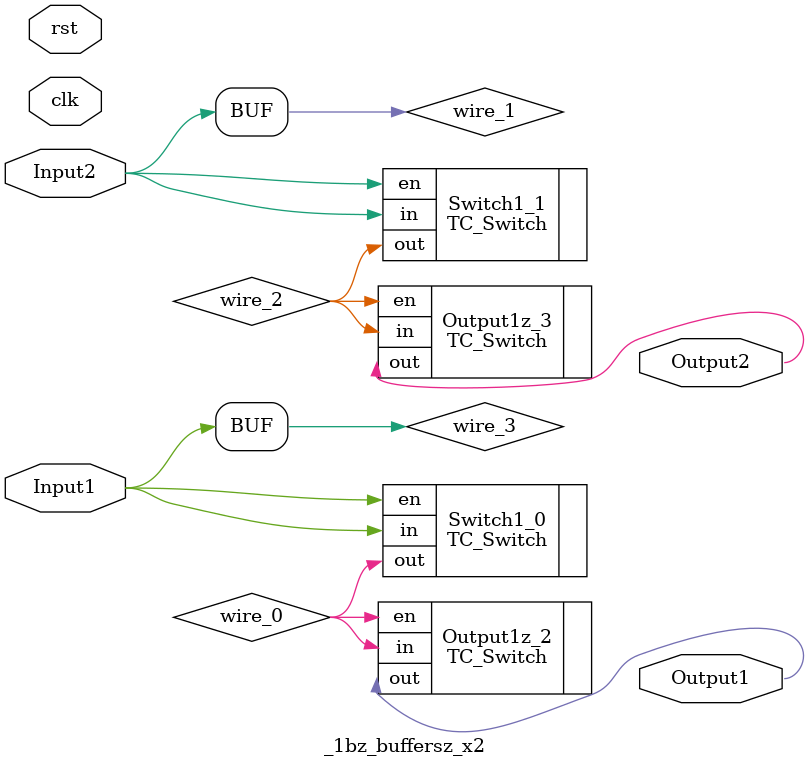
<source format=v>
module _1bz_buffersz_x2 (clk, rst, Input1, Input2, Output1, Output2);
  parameter UUID = 0;
  parameter NAME = "";
  input wire clk;
  input wire rst;

  input  wire [0:0] Input1;
  input  wire [0:0] Input2;
  output  wire [0:0] Output1;
  output  wire [0:0] Output2;

  TC_Switch # (.UUID(64'd1443266875213159958 ^ UUID), .BIT_WIDTH(64'd1)) Switch1_0 (.en(wire_3), .in(wire_3), .out(wire_0));
  TC_Switch # (.UUID(64'd865188634775887617 ^ UUID), .BIT_WIDTH(64'd1)) Switch1_1 (.en(wire_1), .in(wire_1), .out(wire_2));
  TC_Switch # (.UUID(64'd318255513632156600 ^ UUID), .BIT_WIDTH(64'd1)) Output1z_2 (.en(wire_0), .in(wire_0), .out(Output1));
  TC_Switch # (.UUID(64'd606943760555369806 ^ UUID), .BIT_WIDTH(64'd1)) Output1z_3 (.en(wire_2), .in(wire_2), .out(Output2));

  wire [0:0] wire_0;
  wire [0:0] wire_1;
  assign wire_1 = Input2;
  wire [0:0] wire_2;
  wire [0:0] wire_3;
  assign wire_3 = Input1;

endmodule

</source>
